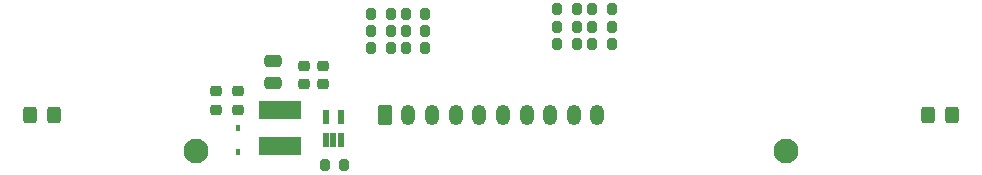
<source format=gts>
%TF.GenerationSoftware,KiCad,Pcbnew,(6.0.6)*%
%TF.CreationDate,2022-07-17T20:06:38+03:00*%
%TF.ProjectId,Sensor,53656e73-6f72-42e6-9b69-6361645f7063,rev?*%
%TF.SameCoordinates,Original*%
%TF.FileFunction,Soldermask,Top*%
%TF.FilePolarity,Negative*%
%FSLAX46Y46*%
G04 Gerber Fmt 4.6, Leading zero omitted, Abs format (unit mm)*
G04 Created by KiCad (PCBNEW (6.0.6)) date 2022-07-17 20:06:38*
%MOMM*%
%LPD*%
G01*
G04 APERTURE LIST*
G04 Aperture macros list*
%AMRoundRect*
0 Rectangle with rounded corners*
0 $1 Rounding radius*
0 $2 $3 $4 $5 $6 $7 $8 $9 X,Y pos of 4 corners*
0 Add a 4 corners polygon primitive as box body*
4,1,4,$2,$3,$4,$5,$6,$7,$8,$9,$2,$3,0*
0 Add four circle primitives for the rounded corners*
1,1,$1+$1,$2,$3*
1,1,$1+$1,$4,$5*
1,1,$1+$1,$6,$7*
1,1,$1+$1,$8,$9*
0 Add four rect primitives between the rounded corners*
20,1,$1+$1,$2,$3,$4,$5,0*
20,1,$1+$1,$4,$5,$6,$7,0*
20,1,$1+$1,$6,$7,$8,$9,0*
20,1,$1+$1,$8,$9,$2,$3,0*%
G04 Aperture macros list end*
%ADD10RoundRect,0.250000X-0.475000X0.250000X-0.475000X-0.250000X0.475000X-0.250000X0.475000X0.250000X0*%
%ADD11RoundRect,0.225000X0.250000X-0.225000X0.250000X0.225000X-0.250000X0.225000X-0.250000X-0.225000X0*%
%ADD12R,0.450000X0.600000*%
%ADD13R,3.600000X1.500000*%
%ADD14RoundRect,0.200000X0.200000X0.275000X-0.200000X0.275000X-0.200000X-0.275000X0.200000X-0.275000X0*%
%ADD15RoundRect,0.020000X0.180000X-0.575000X0.180000X0.575000X-0.180000X0.575000X-0.180000X-0.575000X0*%
%ADD16C,2.100000*%
%ADD17RoundRect,0.250000X-0.325000X-0.450000X0.325000X-0.450000X0.325000X0.450000X-0.325000X0.450000X0*%
%ADD18RoundRect,0.200000X-0.200000X-0.275000X0.200000X-0.275000X0.200000X0.275000X-0.200000X0.275000X0*%
%ADD19RoundRect,0.250000X-0.350000X-0.625000X0.350000X-0.625000X0.350000X0.625000X-0.350000X0.625000X0*%
%ADD20O,1.200000X1.750000*%
G04 APERTURE END LIST*
D10*
X151530000Y-108380000D03*
X151530000Y-110280000D03*
D11*
X148540000Y-112525000D03*
X148540000Y-110975000D03*
D12*
X148540000Y-114030000D03*
X148540000Y-116130000D03*
D13*
X152090000Y-112555000D03*
X152090000Y-115605000D03*
D14*
X157545000Y-117220000D03*
X155895000Y-117220000D03*
D15*
X155990000Y-115090000D03*
X156640000Y-115090000D03*
X157290000Y-115090000D03*
X157290000Y-113170000D03*
X155990000Y-113170000D03*
D16*
X145000000Y-116000000D03*
X195000000Y-116000000D03*
D11*
X155750000Y-110385000D03*
X155750000Y-108835000D03*
D14*
X177245000Y-104020000D03*
X175595000Y-104020000D03*
D17*
X130975000Y-113000000D03*
X133025000Y-113000000D03*
D14*
X177255000Y-106940000D03*
X175605000Y-106940000D03*
D18*
X162795000Y-104390000D03*
X164445000Y-104390000D03*
D11*
X146700000Y-112525000D03*
X146700000Y-110975000D03*
D19*
X161000000Y-113000000D03*
D20*
X163000000Y-113000000D03*
X165000000Y-113000000D03*
X167000000Y-113000000D03*
X169000000Y-113000000D03*
X171000000Y-113000000D03*
X173000000Y-113000000D03*
X175000000Y-113000000D03*
X177000000Y-113000000D03*
X179000000Y-113000000D03*
D14*
X161485000Y-104390000D03*
X159835000Y-104390000D03*
X177255000Y-105480000D03*
X175605000Y-105480000D03*
D18*
X178565000Y-105480000D03*
X180215000Y-105480000D03*
X178565000Y-104020000D03*
X180215000Y-104020000D03*
X162795000Y-105860000D03*
X164445000Y-105860000D03*
X162795000Y-107320000D03*
X164445000Y-107320000D03*
D14*
X161485000Y-107320000D03*
X159835000Y-107320000D03*
D17*
X206975000Y-113000000D03*
X209025000Y-113000000D03*
D14*
X161485000Y-105860000D03*
X159835000Y-105860000D03*
D18*
X178565000Y-106940000D03*
X180215000Y-106940000D03*
D11*
X154190000Y-110385000D03*
X154190000Y-108835000D03*
M02*

</source>
